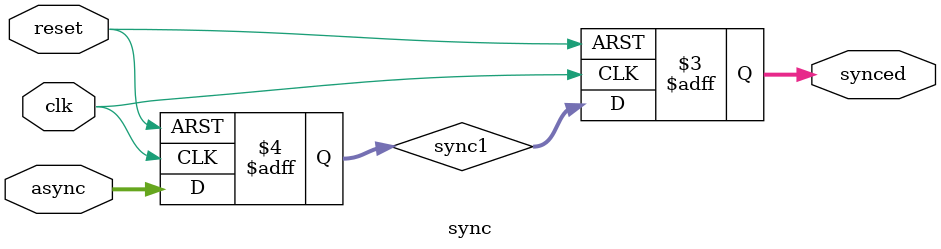
<source format=sv>

module sync #(parameter WIDTH=4) (
  input  logic       clk, reset,
  input  logic [WIDTH-1:0] async,
  output logic [WIDTH-1:0] synced
);

  logic [WIDTH-1:0] sync1;

  always_ff @(posedge clk, negedge reset) begin
    if (~reset) begin
      sync1  <= '0;
      synced <= '0;
    end else begin
      sync1  <= async;
      synced <= sync1;
    end
  end

endmodule

</source>
